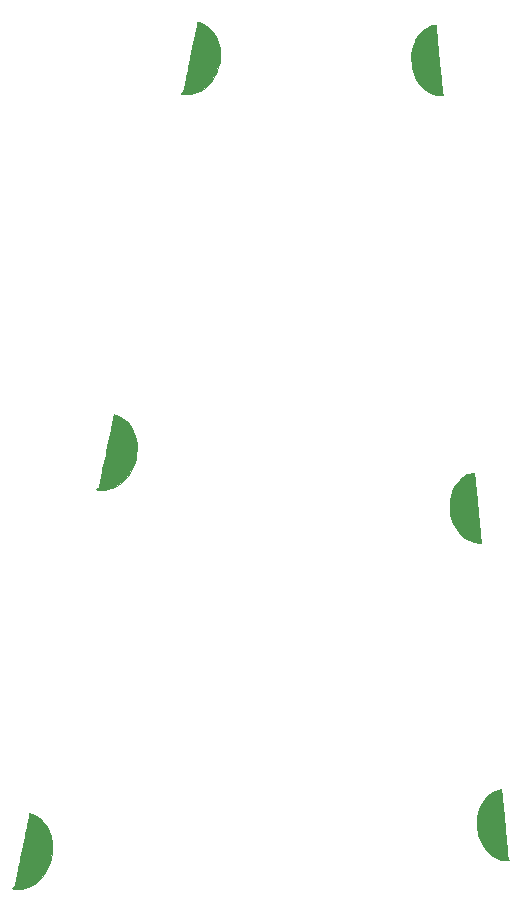
<source format=gbr>
%TF.GenerationSoftware,KiCad,Pcbnew,(5.1.10)-1*%
%TF.CreationDate,2021-12-01T23:12:09+02:00*%
%TF.ProjectId,gaisa-sargs-side-pcb-2,67616973-612d-4736-9172-67732d736964,rev?*%
%TF.SameCoordinates,Original*%
%TF.FileFunction,Copper,L2,Bot*%
%TF.FilePolarity,Positive*%
%FSLAX46Y46*%
G04 Gerber Fmt 4.6, Leading zero omitted, Abs format (unit mm)*
G04 Created by KiCad (PCBNEW (5.1.10)-1) date 2021-12-01 23:12:09*
%MOMM*%
%LPD*%
G01*
G04 APERTURE LIST*
%TA.AperFunction,EtchedComponent*%
%ADD10C,0.010000*%
%TD*%
G04 APERTURE END LIST*
D10*
%TO.C,Ref\u002A\u002A*%
G36*
X118878466Y-123746402D02*
G01*
X118934261Y-123763278D01*
X119007004Y-123787126D01*
X119015167Y-123789895D01*
X119299374Y-123908609D01*
X119563770Y-124063607D01*
X119806855Y-124253002D01*
X120027127Y-124474909D01*
X120223087Y-124727443D01*
X120393234Y-125008718D01*
X120536066Y-125316849D01*
X120650084Y-125649951D01*
X120719052Y-125930750D01*
X120740132Y-126061850D01*
X120757054Y-126223562D01*
X120769406Y-126404330D01*
X120776776Y-126592599D01*
X120778750Y-126776812D01*
X120774918Y-126945414D01*
X120764866Y-127086849D01*
X120761366Y-127116355D01*
X120691810Y-127510483D01*
X120589596Y-127887322D01*
X120456275Y-128244477D01*
X120293397Y-128579554D01*
X120102510Y-128890158D01*
X119885166Y-129173896D01*
X119642913Y-129428372D01*
X119377301Y-129651192D01*
X119089880Y-129839962D01*
X118949915Y-129915131D01*
X118702627Y-130021968D01*
X118445119Y-130101599D01*
X118186226Y-130152291D01*
X117934780Y-130172310D01*
X117701250Y-130160135D01*
X117642687Y-130151135D01*
X117565759Y-130137535D01*
X117526629Y-130130057D01*
X117415509Y-130108167D01*
X117499307Y-130008787D01*
X117525636Y-129976681D01*
X117547053Y-129946194D01*
X117565367Y-129911511D01*
X117582388Y-129866819D01*
X117599924Y-129806305D01*
X117619785Y-129724156D01*
X117643779Y-129614559D01*
X117673716Y-129471701D01*
X117688214Y-129401745D01*
X117706374Y-129314242D01*
X117732518Y-129188569D01*
X117765966Y-129027994D01*
X117806034Y-128835784D01*
X117852041Y-128615206D01*
X117903305Y-128369527D01*
X117959144Y-128102015D01*
X118018876Y-127815936D01*
X118081820Y-127514558D01*
X118147293Y-127201148D01*
X118214613Y-126878973D01*
X118283099Y-126551301D01*
X118313494Y-126405899D01*
X118380100Y-126086568D01*
X118444230Y-125777677D01*
X118505350Y-125481878D01*
X118562925Y-125201821D01*
X118616419Y-124940159D01*
X118665296Y-124699544D01*
X118709023Y-124482627D01*
X118747062Y-124292060D01*
X118778880Y-124130495D01*
X118803941Y-124000583D01*
X118821710Y-123904976D01*
X118831651Y-123846327D01*
X118833666Y-123828857D01*
X118837369Y-123774300D01*
X118846668Y-123742953D01*
X118851125Y-123740000D01*
X118878466Y-123746402D01*
G37*
X118878466Y-123746402D02*
X118934261Y-123763278D01*
X119007004Y-123787126D01*
X119015167Y-123789895D01*
X119299374Y-123908609D01*
X119563770Y-124063607D01*
X119806855Y-124253002D01*
X120027127Y-124474909D01*
X120223087Y-124727443D01*
X120393234Y-125008718D01*
X120536066Y-125316849D01*
X120650084Y-125649951D01*
X120719052Y-125930750D01*
X120740132Y-126061850D01*
X120757054Y-126223562D01*
X120769406Y-126404330D01*
X120776776Y-126592599D01*
X120778750Y-126776812D01*
X120774918Y-126945414D01*
X120764866Y-127086849D01*
X120761366Y-127116355D01*
X120691810Y-127510483D01*
X120589596Y-127887322D01*
X120456275Y-128244477D01*
X120293397Y-128579554D01*
X120102510Y-128890158D01*
X119885166Y-129173896D01*
X119642913Y-129428372D01*
X119377301Y-129651192D01*
X119089880Y-129839962D01*
X118949915Y-129915131D01*
X118702627Y-130021968D01*
X118445119Y-130101599D01*
X118186226Y-130152291D01*
X117934780Y-130172310D01*
X117701250Y-130160135D01*
X117642687Y-130151135D01*
X117565759Y-130137535D01*
X117526629Y-130130057D01*
X117415509Y-130108167D01*
X117499307Y-130008787D01*
X117525636Y-129976681D01*
X117547053Y-129946194D01*
X117565367Y-129911511D01*
X117582388Y-129866819D01*
X117599924Y-129806305D01*
X117619785Y-129724156D01*
X117643779Y-129614559D01*
X117673716Y-129471701D01*
X117688214Y-129401745D01*
X117706374Y-129314242D01*
X117732518Y-129188569D01*
X117765966Y-129027994D01*
X117806034Y-128835784D01*
X117852041Y-128615206D01*
X117903305Y-128369527D01*
X117959144Y-128102015D01*
X118018876Y-127815936D01*
X118081820Y-127514558D01*
X118147293Y-127201148D01*
X118214613Y-126878973D01*
X118283099Y-126551301D01*
X118313494Y-126405899D01*
X118380100Y-126086568D01*
X118444230Y-125777677D01*
X118505350Y-125481878D01*
X118562925Y-125201821D01*
X118616419Y-124940159D01*
X118665296Y-124699544D01*
X118709023Y-124482627D01*
X118747062Y-124292060D01*
X118778880Y-124130495D01*
X118803941Y-124000583D01*
X118821710Y-123904976D01*
X118831651Y-123846327D01*
X118833666Y-123828857D01*
X118837369Y-123774300D01*
X118846668Y-123742953D01*
X118851125Y-123740000D01*
X118878466Y-123746402D01*
G36*
X158795098Y-121733718D02*
G01*
X158796333Y-121752396D01*
X158798341Y-121778791D01*
X158804200Y-121844738D01*
X158813664Y-121947651D01*
X158826488Y-122084947D01*
X158842426Y-122254043D01*
X158861230Y-122452354D01*
X158882655Y-122677296D01*
X158906456Y-122926287D01*
X158932385Y-123196741D01*
X158960197Y-123486075D01*
X158989646Y-123791706D01*
X159020486Y-124111049D01*
X159050878Y-124425091D01*
X159083282Y-124759905D01*
X159114838Y-125086606D01*
X159145271Y-125402316D01*
X159174308Y-125704160D01*
X159201672Y-125989263D01*
X159227090Y-126254747D01*
X159250287Y-126497738D01*
X159270989Y-126715360D01*
X159288920Y-126904737D01*
X159303806Y-127062993D01*
X159315373Y-127187252D01*
X159323346Y-127274639D01*
X159327037Y-127317099D01*
X159340164Y-127450857D01*
X159355150Y-127548405D01*
X159373121Y-127615860D01*
X159388233Y-127648705D01*
X159411014Y-127695394D01*
X159416918Y-127725355D01*
X159415464Y-127728146D01*
X159386079Y-127735482D01*
X159323846Y-127737857D01*
X159237922Y-127735544D01*
X159137467Y-127728817D01*
X159031641Y-127717949D01*
X159018583Y-127716324D01*
X158735994Y-127659453D01*
X158458919Y-127562502D01*
X158190917Y-127427680D01*
X157935545Y-127257193D01*
X157696362Y-127053250D01*
X157476926Y-126818059D01*
X157386108Y-126703333D01*
X157305455Y-126585129D01*
X157218096Y-126438700D01*
X157130264Y-126276130D01*
X157048190Y-126109503D01*
X156978107Y-125950901D01*
X156926246Y-125812409D01*
X156925603Y-125810437D01*
X156860414Y-125573622D01*
X156808200Y-125309615D01*
X156770017Y-125029971D01*
X156746923Y-124746249D01*
X156739975Y-124470003D01*
X156750231Y-124212791D01*
X156765991Y-124065792D01*
X156832482Y-123725666D01*
X156934720Y-123395917D01*
X157070231Y-123081636D01*
X157236543Y-122787914D01*
X157431182Y-122519844D01*
X157615243Y-122317735D01*
X157828670Y-122129910D01*
X158054968Y-121976908D01*
X158300566Y-121855308D01*
X158571896Y-121761685D01*
X158738125Y-121720059D01*
X158780121Y-121715734D01*
X158795098Y-121733718D01*
G37*
X158795098Y-121733718D02*
X158796333Y-121752396D01*
X158798341Y-121778791D01*
X158804200Y-121844738D01*
X158813664Y-121947651D01*
X158826488Y-122084947D01*
X158842426Y-122254043D01*
X158861230Y-122452354D01*
X158882655Y-122677296D01*
X158906456Y-122926287D01*
X158932385Y-123196741D01*
X158960197Y-123486075D01*
X158989646Y-123791706D01*
X159020486Y-124111049D01*
X159050878Y-124425091D01*
X159083282Y-124759905D01*
X159114838Y-125086606D01*
X159145271Y-125402316D01*
X159174308Y-125704160D01*
X159201672Y-125989263D01*
X159227090Y-126254747D01*
X159250287Y-126497738D01*
X159270989Y-126715360D01*
X159288920Y-126904737D01*
X159303806Y-127062993D01*
X159315373Y-127187252D01*
X159323346Y-127274639D01*
X159327037Y-127317099D01*
X159340164Y-127450857D01*
X159355150Y-127548405D01*
X159373121Y-127615860D01*
X159388233Y-127648705D01*
X159411014Y-127695394D01*
X159416918Y-127725355D01*
X159415464Y-127728146D01*
X159386079Y-127735482D01*
X159323846Y-127737857D01*
X159237922Y-127735544D01*
X159137467Y-127728817D01*
X159031641Y-127717949D01*
X159018583Y-127716324D01*
X158735994Y-127659453D01*
X158458919Y-127562502D01*
X158190917Y-127427680D01*
X157935545Y-127257193D01*
X157696362Y-127053250D01*
X157476926Y-126818059D01*
X157386108Y-126703333D01*
X157305455Y-126585129D01*
X157218096Y-126438700D01*
X157130264Y-126276130D01*
X157048190Y-126109503D01*
X156978107Y-125950901D01*
X156926246Y-125812409D01*
X156925603Y-125810437D01*
X156860414Y-125573622D01*
X156808200Y-125309615D01*
X156770017Y-125029971D01*
X156746923Y-124746249D01*
X156739975Y-124470003D01*
X156750231Y-124212791D01*
X156765991Y-124065792D01*
X156832482Y-123725666D01*
X156934720Y-123395917D01*
X157070231Y-123081636D01*
X157236543Y-122787914D01*
X157431182Y-122519844D01*
X157615243Y-122317735D01*
X157828670Y-122129910D01*
X158054968Y-121976908D01*
X158300566Y-121855308D01*
X158571896Y-121761685D01*
X158738125Y-121720059D01*
X158780121Y-121715734D01*
X158795098Y-121733718D01*
G36*
X156487955Y-94914798D02*
G01*
X156506787Y-94934687D01*
X156510333Y-94983807D01*
X156510333Y-94983835D01*
X156512378Y-95013817D01*
X156518343Y-95083287D01*
X156527977Y-95189604D01*
X156541025Y-95330128D01*
X156557237Y-95502219D01*
X156576357Y-95703238D01*
X156598135Y-95930544D01*
X156622317Y-96181498D01*
X156648650Y-96453459D01*
X156676881Y-96743788D01*
X156706758Y-97049844D01*
X156738028Y-97368988D01*
X156765215Y-97645543D01*
X156797835Y-97977329D01*
X156829536Y-98300651D01*
X156860040Y-98612643D01*
X156889071Y-98910439D01*
X156916354Y-99191174D01*
X156941611Y-99451984D01*
X156964565Y-99690003D01*
X156984941Y-99902366D01*
X157002462Y-100086207D01*
X157016851Y-100238662D01*
X157027833Y-100356865D01*
X157035129Y-100437951D01*
X157038015Y-100472644D01*
X157051712Y-100609980D01*
X157069044Y-100706948D01*
X157089848Y-100762632D01*
X157090049Y-100762941D01*
X157114531Y-100803763D01*
X157124166Y-100826338D01*
X157104727Y-100832471D01*
X157053006Y-100835231D01*
X156978894Y-100834896D01*
X156892287Y-100831742D01*
X156803076Y-100826047D01*
X156721156Y-100818086D01*
X156692043Y-100814243D01*
X156396482Y-100749941D01*
X156112669Y-100645047D01*
X155840916Y-100499723D01*
X155581535Y-100314137D01*
X155345969Y-100099779D01*
X155124529Y-99853122D01*
X154937192Y-99594588D01*
X154782351Y-99320384D01*
X154658394Y-99026713D01*
X154563714Y-98709783D01*
X154496700Y-98365798D01*
X154456639Y-98003114D01*
X154446039Y-97625044D01*
X154470953Y-97258483D01*
X154530467Y-96906220D01*
X154623668Y-96571044D01*
X154749645Y-96255744D01*
X154907484Y-95963108D01*
X155096273Y-95695926D01*
X155277911Y-95493400D01*
X155429173Y-95356393D01*
X155596838Y-95228891D01*
X155767610Y-95120282D01*
X155907083Y-95049035D01*
X156001455Y-95012551D01*
X156113334Y-94977190D01*
X156229523Y-94946357D01*
X156336826Y-94923458D01*
X156422047Y-94911897D01*
X156441541Y-94911148D01*
X156487955Y-94914798D01*
G37*
X156487955Y-94914798D02*
X156506787Y-94934687D01*
X156510333Y-94983807D01*
X156510333Y-94983835D01*
X156512378Y-95013817D01*
X156518343Y-95083287D01*
X156527977Y-95189604D01*
X156541025Y-95330128D01*
X156557237Y-95502219D01*
X156576357Y-95703238D01*
X156598135Y-95930544D01*
X156622317Y-96181498D01*
X156648650Y-96453459D01*
X156676881Y-96743788D01*
X156706758Y-97049844D01*
X156738028Y-97368988D01*
X156765215Y-97645543D01*
X156797835Y-97977329D01*
X156829536Y-98300651D01*
X156860040Y-98612643D01*
X156889071Y-98910439D01*
X156916354Y-99191174D01*
X156941611Y-99451984D01*
X156964565Y-99690003D01*
X156984941Y-99902366D01*
X157002462Y-100086207D01*
X157016851Y-100238662D01*
X157027833Y-100356865D01*
X157035129Y-100437951D01*
X157038015Y-100472644D01*
X157051712Y-100609980D01*
X157069044Y-100706948D01*
X157089848Y-100762632D01*
X157090049Y-100762941D01*
X157114531Y-100803763D01*
X157124166Y-100826338D01*
X157104727Y-100832471D01*
X157053006Y-100835231D01*
X156978894Y-100834896D01*
X156892287Y-100831742D01*
X156803076Y-100826047D01*
X156721156Y-100818086D01*
X156692043Y-100814243D01*
X156396482Y-100749941D01*
X156112669Y-100645047D01*
X155840916Y-100499723D01*
X155581535Y-100314137D01*
X155345969Y-100099779D01*
X155124529Y-99853122D01*
X154937192Y-99594588D01*
X154782351Y-99320384D01*
X154658394Y-99026713D01*
X154563714Y-98709783D01*
X154496700Y-98365798D01*
X154456639Y-98003114D01*
X154446039Y-97625044D01*
X154470953Y-97258483D01*
X154530467Y-96906220D01*
X154623668Y-96571044D01*
X154749645Y-96255744D01*
X154907484Y-95963108D01*
X155096273Y-95695926D01*
X155277911Y-95493400D01*
X155429173Y-95356393D01*
X155596838Y-95228891D01*
X155767610Y-95120282D01*
X155907083Y-95049035D01*
X156001455Y-95012551D01*
X156113334Y-94977190D01*
X156229523Y-94946357D01*
X156336826Y-94923458D01*
X156422047Y-94911897D01*
X156441541Y-94911148D01*
X156487955Y-94914798D01*
G36*
X126013191Y-89963565D02*
G01*
X126071019Y-89978455D01*
X126148795Y-89999956D01*
X126187701Y-90011109D01*
X126459447Y-90111615D01*
X126714156Y-90249908D01*
X126950067Y-90424295D01*
X127165420Y-90633083D01*
X127358455Y-90874578D01*
X127527409Y-91147086D01*
X127662525Y-91429598D01*
X127783301Y-91772044D01*
X127868046Y-92131032D01*
X127917221Y-92501650D01*
X127931287Y-92878982D01*
X127910706Y-93258115D01*
X127855937Y-93634135D01*
X127767444Y-94002127D01*
X127645686Y-94357177D01*
X127491125Y-94694372D01*
X127330319Y-94969404D01*
X127115090Y-95266546D01*
X126879258Y-95530602D01*
X126624914Y-95760508D01*
X126354147Y-95955195D01*
X126069050Y-96113599D01*
X125771712Y-96234652D01*
X125464225Y-96317289D01*
X125148680Y-96360442D01*
X124827166Y-96363047D01*
X124633333Y-96344845D01*
X124553616Y-96333848D01*
X124510060Y-96325200D01*
X124496838Y-96315876D01*
X124508121Y-96302849D01*
X124527500Y-96289894D01*
X124599912Y-96234987D01*
X124663878Y-96171697D01*
X124709359Y-96111009D01*
X124725418Y-96073239D01*
X124730892Y-96046817D01*
X124744603Y-95981364D01*
X124766048Y-95879269D01*
X124794723Y-95742920D01*
X124830126Y-95574708D01*
X124871752Y-95377022D01*
X124919099Y-95152251D01*
X124971663Y-94902785D01*
X125028940Y-94631012D01*
X125090427Y-94339324D01*
X125155621Y-94030107D01*
X125224019Y-93705754D01*
X125295117Y-93368652D01*
X125351522Y-93101250D01*
X125434223Y-92708407D01*
X125512361Y-92335626D01*
X125585575Y-91984690D01*
X125653503Y-91657380D01*
X125715782Y-91355476D01*
X125772051Y-91080762D01*
X125821948Y-90835017D01*
X125865112Y-90620025D01*
X125901181Y-90437566D01*
X125929793Y-90289421D01*
X125950586Y-90177373D01*
X125963198Y-90103203D01*
X125967273Y-90069125D01*
X125970256Y-90007039D01*
X125978392Y-89966705D01*
X125985632Y-89958000D01*
X126013191Y-89963565D01*
G37*
X126013191Y-89963565D02*
X126071019Y-89978455D01*
X126148795Y-89999956D01*
X126187701Y-90011109D01*
X126459447Y-90111615D01*
X126714156Y-90249908D01*
X126950067Y-90424295D01*
X127165420Y-90633083D01*
X127358455Y-90874578D01*
X127527409Y-91147086D01*
X127662525Y-91429598D01*
X127783301Y-91772044D01*
X127868046Y-92131032D01*
X127917221Y-92501650D01*
X127931287Y-92878982D01*
X127910706Y-93258115D01*
X127855937Y-93634135D01*
X127767444Y-94002127D01*
X127645686Y-94357177D01*
X127491125Y-94694372D01*
X127330319Y-94969404D01*
X127115090Y-95266546D01*
X126879258Y-95530602D01*
X126624914Y-95760508D01*
X126354147Y-95955195D01*
X126069050Y-96113599D01*
X125771712Y-96234652D01*
X125464225Y-96317289D01*
X125148680Y-96360442D01*
X124827166Y-96363047D01*
X124633333Y-96344845D01*
X124553616Y-96333848D01*
X124510060Y-96325200D01*
X124496838Y-96315876D01*
X124508121Y-96302849D01*
X124527500Y-96289894D01*
X124599912Y-96234987D01*
X124663878Y-96171697D01*
X124709359Y-96111009D01*
X124725418Y-96073239D01*
X124730892Y-96046817D01*
X124744603Y-95981364D01*
X124766048Y-95879269D01*
X124794723Y-95742920D01*
X124830126Y-95574708D01*
X124871752Y-95377022D01*
X124919099Y-95152251D01*
X124971663Y-94902785D01*
X125028940Y-94631012D01*
X125090427Y-94339324D01*
X125155621Y-94030107D01*
X125224019Y-93705754D01*
X125295117Y-93368652D01*
X125351522Y-93101250D01*
X125434223Y-92708407D01*
X125512361Y-92335626D01*
X125585575Y-91984690D01*
X125653503Y-91657380D01*
X125715782Y-91355476D01*
X125772051Y-91080762D01*
X125821948Y-90835017D01*
X125865112Y-90620025D01*
X125901181Y-90437566D01*
X125929793Y-90289421D01*
X125950586Y-90177373D01*
X125963198Y-90103203D01*
X125967273Y-90069125D01*
X125970256Y-90007039D01*
X125978392Y-89966705D01*
X125985632Y-89958000D01*
X126013191Y-89963565D01*
G36*
X153251005Y-57078436D02*
G01*
X153253064Y-57111788D01*
X153258997Y-57184710D01*
X153268564Y-57294641D01*
X153281527Y-57439017D01*
X153297644Y-57615277D01*
X153316676Y-57820857D01*
X153338384Y-58053196D01*
X153362527Y-58309730D01*
X153388866Y-58587898D01*
X153417161Y-58885137D01*
X153447173Y-59198885D01*
X153478661Y-59526579D01*
X153511387Y-59865656D01*
X153523626Y-59992104D01*
X153563101Y-60399048D01*
X153598812Y-60765888D01*
X153630980Y-61094667D01*
X153659828Y-61387427D01*
X153685578Y-61646208D01*
X153708452Y-61873053D01*
X153728670Y-62070003D01*
X153746456Y-62239101D01*
X153762031Y-62382389D01*
X153775618Y-62501907D01*
X153787437Y-62599698D01*
X153797711Y-62677804D01*
X153806662Y-62738266D01*
X153814511Y-62783127D01*
X153821481Y-62814428D01*
X153827794Y-62834210D01*
X153833602Y-62844442D01*
X153857016Y-62879475D01*
X153857924Y-62899464D01*
X153828863Y-62907962D01*
X153767576Y-62914179D01*
X153684117Y-62917990D01*
X153588539Y-62919274D01*
X153490896Y-62917907D01*
X153401240Y-62913765D01*
X153329625Y-62906725D01*
X153324750Y-62905998D01*
X153043284Y-62841490D01*
X152773165Y-62738138D01*
X152516695Y-62598454D01*
X152276179Y-62424950D01*
X152053919Y-62220137D01*
X151852218Y-61986527D01*
X151673380Y-61726632D01*
X151519707Y-61442964D01*
X151393503Y-61138034D01*
X151297071Y-60814356D01*
X151262835Y-60657230D01*
X151204265Y-60260158D01*
X151182483Y-59869880D01*
X151197144Y-59489552D01*
X151247904Y-59122329D01*
X151334419Y-58771367D01*
X151456342Y-58439822D01*
X151519950Y-58303250D01*
X151673221Y-58031417D01*
X151848514Y-57785184D01*
X152042789Y-57567029D01*
X152253010Y-57379428D01*
X152476137Y-57224859D01*
X152709132Y-57105801D01*
X152948957Y-57024731D01*
X153129713Y-56990567D01*
X153250666Y-56975455D01*
X153251005Y-57078436D01*
G37*
X153251005Y-57078436D02*
X153253064Y-57111788D01*
X153258997Y-57184710D01*
X153268564Y-57294641D01*
X153281527Y-57439017D01*
X153297644Y-57615277D01*
X153316676Y-57820857D01*
X153338384Y-58053196D01*
X153362527Y-58309730D01*
X153388866Y-58587898D01*
X153417161Y-58885137D01*
X153447173Y-59198885D01*
X153478661Y-59526579D01*
X153511387Y-59865656D01*
X153523626Y-59992104D01*
X153563101Y-60399048D01*
X153598812Y-60765888D01*
X153630980Y-61094667D01*
X153659828Y-61387427D01*
X153685578Y-61646208D01*
X153708452Y-61873053D01*
X153728670Y-62070003D01*
X153746456Y-62239101D01*
X153762031Y-62382389D01*
X153775618Y-62501907D01*
X153787437Y-62599698D01*
X153797711Y-62677804D01*
X153806662Y-62738266D01*
X153814511Y-62783127D01*
X153821481Y-62814428D01*
X153827794Y-62834210D01*
X153833602Y-62844442D01*
X153857016Y-62879475D01*
X153857924Y-62899464D01*
X153828863Y-62907962D01*
X153767576Y-62914179D01*
X153684117Y-62917990D01*
X153588539Y-62919274D01*
X153490896Y-62917907D01*
X153401240Y-62913765D01*
X153329625Y-62906725D01*
X153324750Y-62905998D01*
X153043284Y-62841490D01*
X152773165Y-62738138D01*
X152516695Y-62598454D01*
X152276179Y-62424950D01*
X152053919Y-62220137D01*
X151852218Y-61986527D01*
X151673380Y-61726632D01*
X151519707Y-61442964D01*
X151393503Y-61138034D01*
X151297071Y-60814356D01*
X151262835Y-60657230D01*
X151204265Y-60260158D01*
X151182483Y-59869880D01*
X151197144Y-59489552D01*
X151247904Y-59122329D01*
X151334419Y-58771367D01*
X151456342Y-58439822D01*
X151519950Y-58303250D01*
X151673221Y-58031417D01*
X151848514Y-57785184D01*
X152042789Y-57567029D01*
X152253010Y-57379428D01*
X152476137Y-57224859D01*
X152709132Y-57105801D01*
X152948957Y-57024731D01*
X153129713Y-56990567D01*
X153250666Y-56975455D01*
X153251005Y-57078436D01*
G36*
X133098741Y-56726957D02*
G01*
X133146089Y-56739607D01*
X133431600Y-56845156D01*
X133700278Y-56988144D01*
X133949829Y-57166251D01*
X134177962Y-57377156D01*
X134382383Y-57618542D01*
X134560798Y-57888087D01*
X134710916Y-58183472D01*
X134801302Y-58414047D01*
X134890827Y-58727708D01*
X134950550Y-59060307D01*
X134980236Y-59402953D01*
X134979652Y-59746755D01*
X134948565Y-60082819D01*
X134886740Y-60402256D01*
X134856443Y-60513055D01*
X134735244Y-60861111D01*
X134584200Y-61193616D01*
X134406143Y-61506773D01*
X134203903Y-61796786D01*
X133980310Y-62059858D01*
X133738195Y-62292193D01*
X133480388Y-62489995D01*
X133298898Y-62602090D01*
X133068302Y-62711547D01*
X132817953Y-62795520D01*
X132558053Y-62852009D01*
X132298802Y-62879013D01*
X132050401Y-62874534D01*
X131961627Y-62864257D01*
X131880887Y-62851886D01*
X131804389Y-62839211D01*
X131776651Y-62834232D01*
X131703463Y-62820501D01*
X131788006Y-62713546D01*
X131834119Y-62650237D01*
X131868720Y-62593543D01*
X131882629Y-62561004D01*
X131888042Y-62535039D01*
X131901452Y-62470071D01*
X131922349Y-62368569D01*
X131950228Y-62233002D01*
X131984582Y-62065837D01*
X132024904Y-61869543D01*
X132070688Y-61646588D01*
X132121425Y-61399440D01*
X132176610Y-61130569D01*
X132235735Y-60842441D01*
X132298294Y-60537526D01*
X132363781Y-60218291D01*
X132431687Y-59887206D01*
X132454835Y-59774333D01*
X132547149Y-59325050D01*
X132631434Y-58916680D01*
X132707823Y-58548595D01*
X132776451Y-58220171D01*
X132837452Y-57930780D01*
X132890961Y-57679797D01*
X132937112Y-57466596D01*
X132976041Y-57290549D01*
X133007880Y-57151032D01*
X133032766Y-57047418D01*
X133050832Y-56979080D01*
X133062212Y-56945392D01*
X133062538Y-56944740D01*
X133089371Y-56887098D01*
X133096135Y-56848032D01*
X133084703Y-56809915D01*
X133078278Y-56796574D01*
X133055037Y-56750050D01*
X133040957Y-56721770D01*
X133040935Y-56721726D01*
X133054886Y-56718800D01*
X133098741Y-56726957D01*
G37*
X133098741Y-56726957D02*
X133146089Y-56739607D01*
X133431600Y-56845156D01*
X133700278Y-56988144D01*
X133949829Y-57166251D01*
X134177962Y-57377156D01*
X134382383Y-57618542D01*
X134560798Y-57888087D01*
X134710916Y-58183472D01*
X134801302Y-58414047D01*
X134890827Y-58727708D01*
X134950550Y-59060307D01*
X134980236Y-59402953D01*
X134979652Y-59746755D01*
X134948565Y-60082819D01*
X134886740Y-60402256D01*
X134856443Y-60513055D01*
X134735244Y-60861111D01*
X134584200Y-61193616D01*
X134406143Y-61506773D01*
X134203903Y-61796786D01*
X133980310Y-62059858D01*
X133738195Y-62292193D01*
X133480388Y-62489995D01*
X133298898Y-62602090D01*
X133068302Y-62711547D01*
X132817953Y-62795520D01*
X132558053Y-62852009D01*
X132298802Y-62879013D01*
X132050401Y-62874534D01*
X131961627Y-62864257D01*
X131880887Y-62851886D01*
X131804389Y-62839211D01*
X131776651Y-62834232D01*
X131703463Y-62820501D01*
X131788006Y-62713546D01*
X131834119Y-62650237D01*
X131868720Y-62593543D01*
X131882629Y-62561004D01*
X131888042Y-62535039D01*
X131901452Y-62470071D01*
X131922349Y-62368569D01*
X131950228Y-62233002D01*
X131984582Y-62065837D01*
X132024904Y-61869543D01*
X132070688Y-61646588D01*
X132121425Y-61399440D01*
X132176610Y-61130569D01*
X132235735Y-60842441D01*
X132298294Y-60537526D01*
X132363781Y-60218291D01*
X132431687Y-59887206D01*
X132454835Y-59774333D01*
X132547149Y-59325050D01*
X132631434Y-58916680D01*
X132707823Y-58548595D01*
X132776451Y-58220171D01*
X132837452Y-57930780D01*
X132890961Y-57679797D01*
X132937112Y-57466596D01*
X132976041Y-57290549D01*
X133007880Y-57151032D01*
X133032766Y-57047418D01*
X133050832Y-56979080D01*
X133062212Y-56945392D01*
X133062538Y-56944740D01*
X133089371Y-56887098D01*
X133096135Y-56848032D01*
X133084703Y-56809915D01*
X133078278Y-56796574D01*
X133055037Y-56750050D01*
X133040957Y-56721770D01*
X133040935Y-56721726D01*
X133054886Y-56718800D01*
X133098741Y-56726957D01*
%TD*%
M02*

</source>
